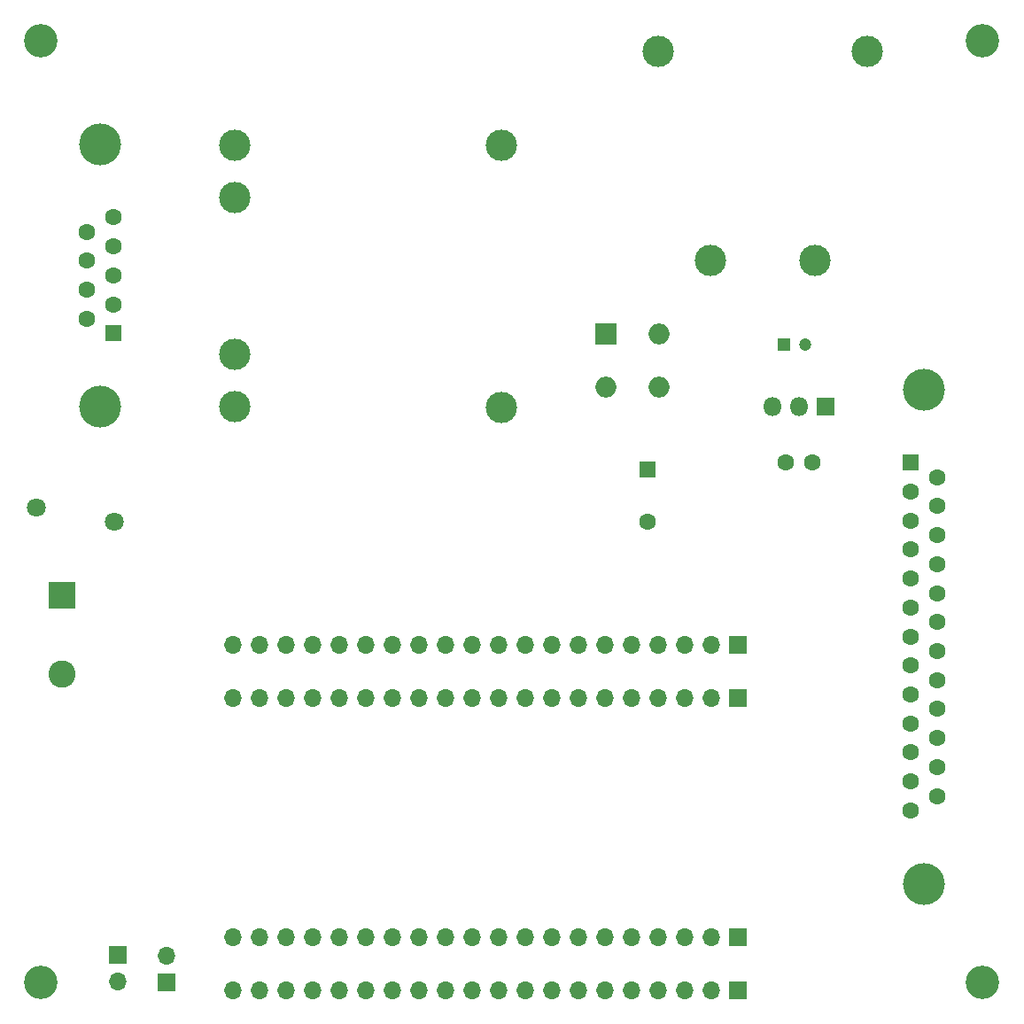
<source format=gts>
G04 #@! TF.FileFunction,Soldermask,Top*
%FSLAX46Y46*%
G04 Gerber Fmt 4.6, Leading zero omitted, Abs format (unit mm)*
G04 Created by KiCad (PCBNEW 4.0.7) date Thu Apr 19 20:54:26 2018*
%MOMM*%
%LPD*%
G01*
G04 APERTURE LIST*
%ADD10C,0.100000*%
%ADD11C,4.000000*%
%ADD12R,1.600000X1.600000*%
%ADD13C,1.600000*%
%ADD14R,1.200000X1.200000*%
%ADD15C,1.200000*%
%ADD16O,2.000000X2.000000*%
%ADD17R,2.000000X2.000000*%
%ADD18R,1.800000X1.800000*%
%ADD19O,1.800000X1.800000*%
%ADD20R,1.700000X1.700000*%
%ADD21O,1.700000X1.700000*%
%ADD22C,3.200000*%
%ADD23C,1.800000*%
%ADD24C,3.000000*%
%ADD25R,2.600000X2.600000*%
%ADD26C,2.600000*%
G04 APERTURE END LIST*
D10*
D11*
X184150000Y-126360000D03*
D12*
X182880000Y-86120000D03*
D13*
X182880000Y-88890000D03*
X182880000Y-91660000D03*
X182880000Y-94430000D03*
X182880000Y-97200000D03*
X182880000Y-99970000D03*
X182880000Y-102740000D03*
X182880000Y-105510000D03*
X182880000Y-108280000D03*
X182880000Y-111050000D03*
X182880000Y-113820000D03*
X182880000Y-116590000D03*
X182880000Y-119360000D03*
X185420000Y-87505000D03*
X185420000Y-90275000D03*
X185420000Y-93045000D03*
X185420000Y-95815000D03*
X185420000Y-98585000D03*
X185420000Y-101355000D03*
X185420000Y-104125000D03*
X185420000Y-106895000D03*
X185420000Y-109665000D03*
X185420000Y-112435000D03*
X185420000Y-115205000D03*
X185420000Y-117975000D03*
D11*
X184150000Y-79120000D03*
X105470000Y-55670000D03*
D12*
X106740000Y-73750000D03*
D13*
X106740000Y-70980000D03*
X106740000Y-68210000D03*
X106740000Y-65440000D03*
X106740000Y-62670000D03*
X104200000Y-72365000D03*
X104200000Y-69595000D03*
X104200000Y-66825000D03*
X104200000Y-64055000D03*
D11*
X105470000Y-80750000D03*
D12*
X157800000Y-86800000D03*
D13*
X157800000Y-91800000D03*
X171000000Y-86120000D03*
X173500000Y-86120000D03*
D14*
X170800000Y-74800000D03*
D15*
X172800000Y-74800000D03*
D16*
X158880000Y-73800000D03*
X153800000Y-78880000D03*
X158880000Y-78880000D03*
D17*
X153800000Y-73800000D03*
D18*
X174800000Y-80800000D03*
D19*
X172260000Y-80800000D03*
X169720000Y-80800000D03*
D20*
X166370000Y-131510000D03*
D21*
X163830000Y-131510000D03*
X161290000Y-131510000D03*
X158750000Y-131510000D03*
X156210000Y-131510000D03*
X153670000Y-131510000D03*
X151130000Y-131510000D03*
X148590000Y-131510000D03*
X146050000Y-131510000D03*
X143510000Y-131510000D03*
X140970000Y-131510000D03*
X138430000Y-131510000D03*
X135890000Y-131510000D03*
X133350000Y-131510000D03*
X130810000Y-131510000D03*
X128270000Y-131510000D03*
X125730000Y-131510000D03*
X123190000Y-131510000D03*
X120650000Y-131510000D03*
X118110000Y-131510000D03*
D20*
X166370000Y-103570000D03*
D21*
X163830000Y-103570000D03*
X161290000Y-103570000D03*
X158750000Y-103570000D03*
X156210000Y-103570000D03*
X153670000Y-103570000D03*
X151130000Y-103570000D03*
X148590000Y-103570000D03*
X146050000Y-103570000D03*
X143510000Y-103570000D03*
X140970000Y-103570000D03*
X138430000Y-103570000D03*
X135890000Y-103570000D03*
X133350000Y-103570000D03*
X130810000Y-103570000D03*
X128270000Y-103570000D03*
X125730000Y-103570000D03*
X123190000Y-103570000D03*
X120650000Y-103570000D03*
X118110000Y-103570000D03*
D20*
X166370000Y-136590000D03*
D21*
X163830000Y-136590000D03*
X161290000Y-136590000D03*
X158750000Y-136590000D03*
X156210000Y-136590000D03*
X153670000Y-136590000D03*
X151130000Y-136590000D03*
X148590000Y-136590000D03*
X146050000Y-136590000D03*
X143510000Y-136590000D03*
X140970000Y-136590000D03*
X138430000Y-136590000D03*
X135890000Y-136590000D03*
X133350000Y-136590000D03*
X130810000Y-136590000D03*
X128270000Y-136590000D03*
X125730000Y-136590000D03*
X123190000Y-136590000D03*
X120650000Y-136590000D03*
X118110000Y-136590000D03*
D20*
X166370000Y-108650000D03*
D21*
X163830000Y-108650000D03*
X161290000Y-108650000D03*
X158750000Y-108650000D03*
X156210000Y-108650000D03*
X153670000Y-108650000D03*
X151130000Y-108650000D03*
X148590000Y-108650000D03*
X146050000Y-108650000D03*
X143510000Y-108650000D03*
X140970000Y-108650000D03*
X138430000Y-108650000D03*
X135890000Y-108650000D03*
X133350000Y-108650000D03*
X130810000Y-108650000D03*
X128270000Y-108650000D03*
X125730000Y-108650000D03*
X123190000Y-108650000D03*
X120650000Y-108650000D03*
X118110000Y-108650000D03*
D20*
X111800000Y-135800000D03*
D21*
X111800000Y-133260000D03*
D20*
X107150000Y-133200000D03*
D21*
X107150000Y-135740000D03*
D22*
X99800000Y-135800000D03*
X99800000Y-45800000D03*
X189800000Y-45800000D03*
X189800000Y-135800000D03*
D23*
X106800000Y-91800000D03*
X99300000Y-90400000D03*
D24*
X143800000Y-55800000D03*
X143800000Y-80850000D03*
X118300000Y-80760000D03*
X118300000Y-55760000D03*
X118300000Y-60760000D03*
X118300000Y-75760000D03*
X158800000Y-46800000D03*
X178800000Y-46800000D03*
X173800000Y-66800000D03*
X163800000Y-66800000D03*
D25*
X101800000Y-98800000D03*
D26*
X101800000Y-106300000D03*
M02*

</source>
